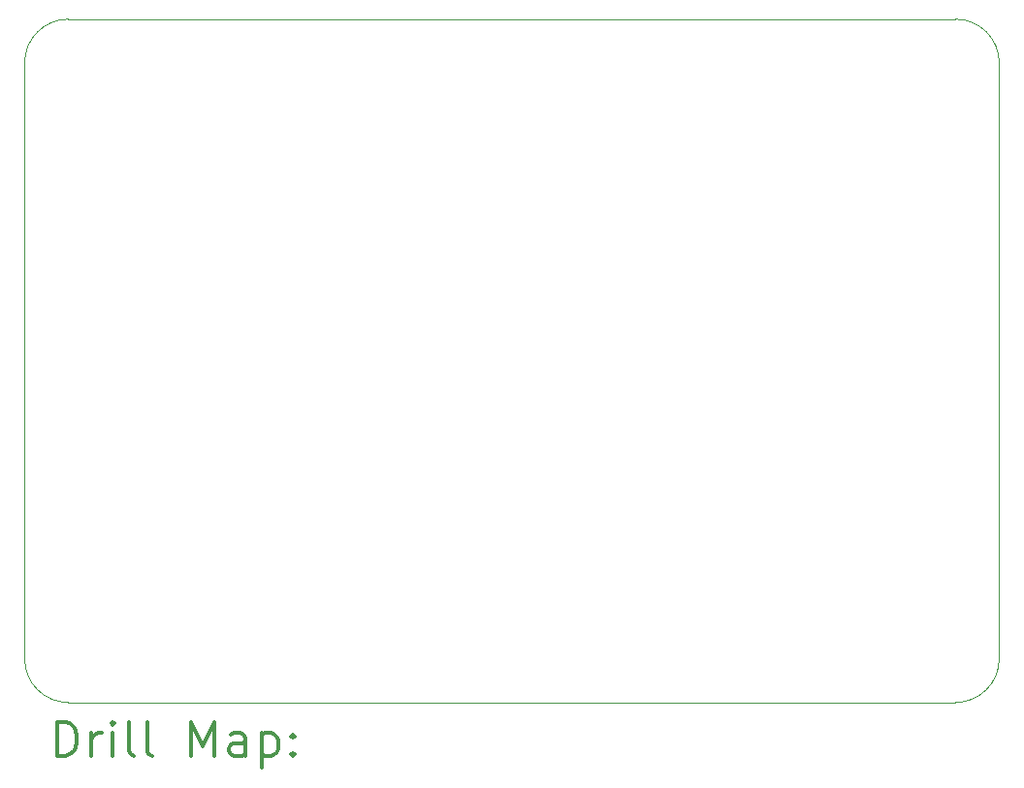
<source format=gbr>
%FSLAX45Y45*%
G04 Gerber Fmt 4.5, Leading zero omitted, Abs format (unit mm)*
G04 Created by KiCad (PCBNEW 5.1.9+dfsg1-1+deb11u1) date 2022-09-13 09:24:33*
%MOMM*%
%LPD*%
G01*
G04 APERTURE LIST*
%TA.AperFunction,Profile*%
%ADD10C,0.050000*%
%TD*%
%ADD11C,0.200000*%
%ADD12C,0.300000*%
G04 APERTURE END LIST*
D10*
X10287000Y-11938000D02*
X10287000Y-6731000D01*
X10287000Y-6731000D02*
G75*
G02*
X10668000Y-6350000I381000J0D01*
G01*
X18415000Y-12319000D02*
X10668000Y-12319000D01*
X18796000Y-6731000D02*
X18796000Y-11938000D01*
X10668000Y-6350000D02*
X18415000Y-6350000D01*
X10668000Y-12319000D02*
G75*
G02*
X10287000Y-11938000I0J381000D01*
G01*
X18796000Y-11938000D02*
G75*
G02*
X18415000Y-12319000I-381000J0D01*
G01*
X18415000Y-6350000D02*
G75*
G02*
X18796000Y-6731000I0J-381000D01*
G01*
D11*
D12*
X10570928Y-12787214D02*
X10570928Y-12487214D01*
X10642357Y-12487214D01*
X10685214Y-12501500D01*
X10713786Y-12530071D01*
X10728071Y-12558643D01*
X10742357Y-12615786D01*
X10742357Y-12658643D01*
X10728071Y-12715786D01*
X10713786Y-12744357D01*
X10685214Y-12772929D01*
X10642357Y-12787214D01*
X10570928Y-12787214D01*
X10870928Y-12787214D02*
X10870928Y-12587214D01*
X10870928Y-12644357D02*
X10885214Y-12615786D01*
X10899500Y-12601500D01*
X10928071Y-12587214D01*
X10956643Y-12587214D01*
X11056643Y-12787214D02*
X11056643Y-12587214D01*
X11056643Y-12487214D02*
X11042357Y-12501500D01*
X11056643Y-12515786D01*
X11070928Y-12501500D01*
X11056643Y-12487214D01*
X11056643Y-12515786D01*
X11242357Y-12787214D02*
X11213786Y-12772929D01*
X11199500Y-12744357D01*
X11199500Y-12487214D01*
X11399500Y-12787214D02*
X11370928Y-12772929D01*
X11356643Y-12744357D01*
X11356643Y-12487214D01*
X11742357Y-12787214D02*
X11742357Y-12487214D01*
X11842357Y-12701500D01*
X11942357Y-12487214D01*
X11942357Y-12787214D01*
X12213786Y-12787214D02*
X12213786Y-12630071D01*
X12199500Y-12601500D01*
X12170928Y-12587214D01*
X12113786Y-12587214D01*
X12085214Y-12601500D01*
X12213786Y-12772929D02*
X12185214Y-12787214D01*
X12113786Y-12787214D01*
X12085214Y-12772929D01*
X12070928Y-12744357D01*
X12070928Y-12715786D01*
X12085214Y-12687214D01*
X12113786Y-12672929D01*
X12185214Y-12672929D01*
X12213786Y-12658643D01*
X12356643Y-12587214D02*
X12356643Y-12887214D01*
X12356643Y-12601500D02*
X12385214Y-12587214D01*
X12442357Y-12587214D01*
X12470928Y-12601500D01*
X12485214Y-12615786D01*
X12499500Y-12644357D01*
X12499500Y-12730071D01*
X12485214Y-12758643D01*
X12470928Y-12772929D01*
X12442357Y-12787214D01*
X12385214Y-12787214D01*
X12356643Y-12772929D01*
X12628071Y-12758643D02*
X12642357Y-12772929D01*
X12628071Y-12787214D01*
X12613786Y-12772929D01*
X12628071Y-12758643D01*
X12628071Y-12787214D01*
X12628071Y-12601500D02*
X12642357Y-12615786D01*
X12628071Y-12630071D01*
X12613786Y-12615786D01*
X12628071Y-12601500D01*
X12628071Y-12630071D01*
M02*

</source>
